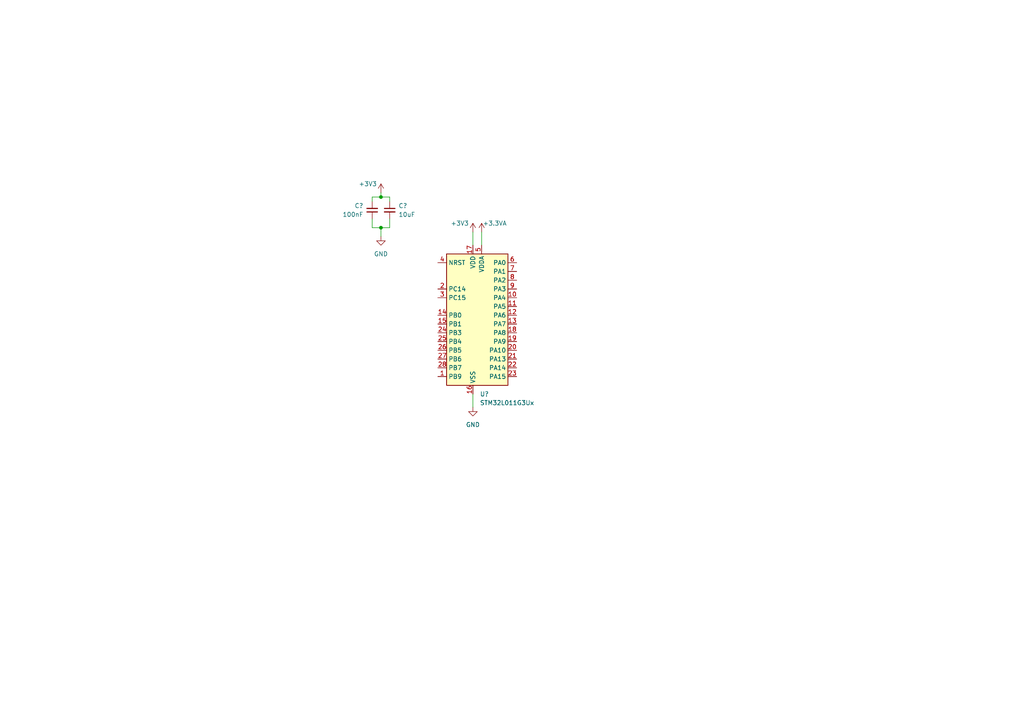
<source format=kicad_sch>
(kicad_sch (version 20211123) (generator eeschema)

  (uuid 75ffc65c-7132-4411-9f2a-ae0c73d79338)

  (paper "A4")

  (lib_symbols
    (symbol "Device:C_Small" (pin_numbers hide) (pin_names (offset 0.254) hide) (in_bom yes) (on_board yes)
      (property "Reference" "C" (id 0) (at 0.254 1.778 0)
        (effects (font (size 1.27 1.27)) (justify left))
      )
      (property "Value" "C_Small" (id 1) (at 0.254 -2.032 0)
        (effects (font (size 1.27 1.27)) (justify left))
      )
      (property "Footprint" "" (id 2) (at 0 0 0)
        (effects (font (size 1.27 1.27)) hide)
      )
      (property "Datasheet" "~" (id 3) (at 0 0 0)
        (effects (font (size 1.27 1.27)) hide)
      )
      (property "ki_keywords" "capacitor cap" (id 4) (at 0 0 0)
        (effects (font (size 1.27 1.27)) hide)
      )
      (property "ki_description" "Unpolarized capacitor, small symbol" (id 5) (at 0 0 0)
        (effects (font (size 1.27 1.27)) hide)
      )
      (property "ki_fp_filters" "C_*" (id 6) (at 0 0 0)
        (effects (font (size 1.27 1.27)) hide)
      )
      (symbol "C_Small_0_1"
        (polyline
          (pts
            (xy -1.524 -0.508)
            (xy 1.524 -0.508)
          )
          (stroke (width 0.3302) (type default) (color 0 0 0 0))
          (fill (type none))
        )
        (polyline
          (pts
            (xy -1.524 0.508)
            (xy 1.524 0.508)
          )
          (stroke (width 0.3048) (type default) (color 0 0 0 0))
          (fill (type none))
        )
      )
      (symbol "C_Small_1_1"
        (pin passive line (at 0 2.54 270) (length 2.032)
          (name "~" (effects (font (size 1.27 1.27))))
          (number "1" (effects (font (size 1.27 1.27))))
        )
        (pin passive line (at 0 -2.54 90) (length 2.032)
          (name "~" (effects (font (size 1.27 1.27))))
          (number "2" (effects (font (size 1.27 1.27))))
        )
      )
    )
    (symbol "MCU_ST_STM32L0:STM32L011G3Ux" (in_bom yes) (on_board yes)
      (property "Reference" "U" (id 0) (at -10.16 19.05 0)
        (effects (font (size 1.27 1.27)) (justify left))
      )
      (property "Value" "STM32L011G3Ux" (id 1) (at 2.54 19.05 0)
        (effects (font (size 1.27 1.27)) (justify left))
      )
      (property "Footprint" "Package_DFN_QFN:QFN-28_4x4mm_P0.5mm" (id 2) (at -10.16 -20.32 0)
        (effects (font (size 1.27 1.27)) (justify right) hide)
      )
      (property "Datasheet" "http://www.st.com/st-web-ui/static/active/en/resource/technical/document/datasheet/DM00206508.pdf" (id 3) (at 0 0 0)
        (effects (font (size 1.27 1.27)) hide)
      )
      (property "ki_keywords" "ARM Cortex-M0+ STM32L0 STM32L0x1" (id 4) (at 0 0 0)
        (effects (font (size 1.27 1.27)) hide)
      )
      (property "ki_description" "ARM Cortex-M0+ MCU, 8KB flash, 2KB RAM, 32MHz, 1.65-3.6V, 24 GPIO, UFQFPN-28" (id 5) (at 0 0 0)
        (effects (font (size 1.27 1.27)) hide)
      )
      (property "ki_fp_filters" "QFN*4x4mm*P0.5mm*" (id 6) (at 0 0 0)
        (effects (font (size 1.27 1.27)) hide)
      )
      (symbol "STM32L011G3Ux_0_1"
        (rectangle (start -10.16 -20.32) (end 7.62 17.78)
          (stroke (width 0.254) (type default) (color 0 0 0 0))
          (fill (type background))
        )
      )
      (symbol "STM32L011G3Ux_1_1"
        (pin bidirectional line (at -12.7 -17.78 0) (length 2.54)
          (name "PB9" (effects (font (size 1.27 1.27))))
          (number "1" (effects (font (size 1.27 1.27))))
        )
        (pin bidirectional line (at 10.16 5.08 180) (length 2.54)
          (name "PA4" (effects (font (size 1.27 1.27))))
          (number "10" (effects (font (size 1.27 1.27))))
        )
        (pin bidirectional line (at 10.16 2.54 180) (length 2.54)
          (name "PA5" (effects (font (size 1.27 1.27))))
          (number "11" (effects (font (size 1.27 1.27))))
        )
        (pin bidirectional line (at 10.16 0 180) (length 2.54)
          (name "PA6" (effects (font (size 1.27 1.27))))
          (number "12" (effects (font (size 1.27 1.27))))
        )
        (pin bidirectional line (at 10.16 -2.54 180) (length 2.54)
          (name "PA7" (effects (font (size 1.27 1.27))))
          (number "13" (effects (font (size 1.27 1.27))))
        )
        (pin bidirectional line (at -12.7 0 0) (length 2.54)
          (name "PB0" (effects (font (size 1.27 1.27))))
          (number "14" (effects (font (size 1.27 1.27))))
        )
        (pin bidirectional line (at -12.7 -2.54 0) (length 2.54)
          (name "PB1" (effects (font (size 1.27 1.27))))
          (number "15" (effects (font (size 1.27 1.27))))
        )
        (pin power_in line (at -2.54 -22.86 90) (length 2.54)
          (name "VSS" (effects (font (size 1.27 1.27))))
          (number "16" (effects (font (size 1.27 1.27))))
        )
        (pin power_in line (at -2.54 20.32 270) (length 2.54)
          (name "VDD" (effects (font (size 1.27 1.27))))
          (number "17" (effects (font (size 1.27 1.27))))
        )
        (pin bidirectional line (at 10.16 -5.08 180) (length 2.54)
          (name "PA8" (effects (font (size 1.27 1.27))))
          (number "18" (effects (font (size 1.27 1.27))))
        )
        (pin bidirectional line (at 10.16 -7.62 180) (length 2.54)
          (name "PA9" (effects (font (size 1.27 1.27))))
          (number "19" (effects (font (size 1.27 1.27))))
        )
        (pin bidirectional line (at -12.7 7.62 0) (length 2.54)
          (name "PC14" (effects (font (size 1.27 1.27))))
          (number "2" (effects (font (size 1.27 1.27))))
        )
        (pin bidirectional line (at 10.16 -10.16 180) (length 2.54)
          (name "PA10" (effects (font (size 1.27 1.27))))
          (number "20" (effects (font (size 1.27 1.27))))
        )
        (pin bidirectional line (at 10.16 -12.7 180) (length 2.54)
          (name "PA13" (effects (font (size 1.27 1.27))))
          (number "21" (effects (font (size 1.27 1.27))))
        )
        (pin bidirectional line (at 10.16 -15.24 180) (length 2.54)
          (name "PA14" (effects (font (size 1.27 1.27))))
          (number "22" (effects (font (size 1.27 1.27))))
        )
        (pin bidirectional line (at 10.16 -17.78 180) (length 2.54)
          (name "PA15" (effects (font (size 1.27 1.27))))
          (number "23" (effects (font (size 1.27 1.27))))
        )
        (pin bidirectional line (at -12.7 -5.08 0) (length 2.54)
          (name "PB3" (effects (font (size 1.27 1.27))))
          (number "24" (effects (font (size 1.27 1.27))))
        )
        (pin bidirectional line (at -12.7 -7.62 0) (length 2.54)
          (name "PB4" (effects (font (size 1.27 1.27))))
          (number "25" (effects (font (size 1.27 1.27))))
        )
        (pin bidirectional line (at -12.7 -10.16 0) (length 2.54)
          (name "PB5" (effects (font (size 1.27 1.27))))
          (number "26" (effects (font (size 1.27 1.27))))
        )
        (pin bidirectional line (at -12.7 -12.7 0) (length 2.54)
          (name "PB6" (effects (font (size 1.27 1.27))))
          (number "27" (effects (font (size 1.27 1.27))))
        )
        (pin bidirectional line (at -12.7 -15.24 0) (length 2.54)
          (name "PB7" (effects (font (size 1.27 1.27))))
          (number "28" (effects (font (size 1.27 1.27))))
        )
        (pin bidirectional line (at -12.7 5.08 0) (length 2.54)
          (name "PC15" (effects (font (size 1.27 1.27))))
          (number "3" (effects (font (size 1.27 1.27))))
        )
        (pin input line (at -12.7 15.24 0) (length 2.54)
          (name "NRST" (effects (font (size 1.27 1.27))))
          (number "4" (effects (font (size 1.27 1.27))))
        )
        (pin power_in line (at 0 20.32 270) (length 2.54)
          (name "VDDA" (effects (font (size 1.27 1.27))))
          (number "5" (effects (font (size 1.27 1.27))))
        )
        (pin bidirectional line (at 10.16 15.24 180) (length 2.54)
          (name "PA0" (effects (font (size 1.27 1.27))))
          (number "6" (effects (font (size 1.27 1.27))))
        )
        (pin bidirectional line (at 10.16 12.7 180) (length 2.54)
          (name "PA1" (effects (font (size 1.27 1.27))))
          (number "7" (effects (font (size 1.27 1.27))))
        )
        (pin bidirectional line (at 10.16 10.16 180) (length 2.54)
          (name "PA2" (effects (font (size 1.27 1.27))))
          (number "8" (effects (font (size 1.27 1.27))))
        )
        (pin bidirectional line (at 10.16 7.62 180) (length 2.54)
          (name "PA3" (effects (font (size 1.27 1.27))))
          (number "9" (effects (font (size 1.27 1.27))))
        )
      )
    )
    (symbol "power:+3.3V" (power) (pin_names (offset 0)) (in_bom yes) (on_board yes)
      (property "Reference" "#PWR" (id 0) (at 0 -3.81 0)
        (effects (font (size 1.27 1.27)) hide)
      )
      (property "Value" "+3.3V" (id 1) (at 0 3.556 0)
        (effects (font (size 1.27 1.27)))
      )
      (property "Footprint" "" (id 2) (at 0 0 0)
        (effects (font (size 1.27 1.27)) hide)
      )
      (property "Datasheet" "" (id 3) (at 0 0 0)
        (effects (font (size 1.27 1.27)) hide)
      )
      (property "ki_keywords" "power-flag" (id 4) (at 0 0 0)
        (effects (font (size 1.27 1.27)) hide)
      )
      (property "ki_description" "Power symbol creates a global label with name \"+3.3V\"" (id 5) (at 0 0 0)
        (effects (font (size 1.27 1.27)) hide)
      )
      (symbol "+3.3V_0_1"
        (polyline
          (pts
            (xy -0.762 1.27)
            (xy 0 2.54)
          )
          (stroke (width 0) (type default) (color 0 0 0 0))
          (fill (type none))
        )
        (polyline
          (pts
            (xy 0 0)
            (xy 0 2.54)
          )
          (stroke (width 0) (type default) (color 0 0 0 0))
          (fill (type none))
        )
        (polyline
          (pts
            (xy 0 2.54)
            (xy 0.762 1.27)
          )
          (stroke (width 0) (type default) (color 0 0 0 0))
          (fill (type none))
        )
      )
      (symbol "+3.3V_1_1"
        (pin power_in line (at 0 0 90) (length 0) hide
          (name "+3V3" (effects (font (size 1.27 1.27))))
          (number "1" (effects (font (size 1.27 1.27))))
        )
      )
    )
    (symbol "power:+3.3VA" (power) (pin_names (offset 0)) (in_bom yes) (on_board yes)
      (property "Reference" "#PWR" (id 0) (at 0 -3.81 0)
        (effects (font (size 1.27 1.27)) hide)
      )
      (property "Value" "+3.3VA" (id 1) (at 0 3.556 0)
        (effects (font (size 1.27 1.27)))
      )
      (property "Footprint" "" (id 2) (at 0 0 0)
        (effects (font (size 1.27 1.27)) hide)
      )
      (property "Datasheet" "" (id 3) (at 0 0 0)
        (effects (font (size 1.27 1.27)) hide)
      )
      (property "ki_keywords" "power-flag" (id 4) (at 0 0 0)
        (effects (font (size 1.27 1.27)) hide)
      )
      (property "ki_description" "Power symbol creates a global label with name \"+3.3VA\"" (id 5) (at 0 0 0)
        (effects (font (size 1.27 1.27)) hide)
      )
      (symbol "+3.3VA_0_1"
        (polyline
          (pts
            (xy -0.762 1.27)
            (xy 0 2.54)
          )
          (stroke (width 0) (type default) (color 0 0 0 0))
          (fill (type none))
        )
        (polyline
          (pts
            (xy 0 0)
            (xy 0 2.54)
          )
          (stroke (width 0) (type default) (color 0 0 0 0))
          (fill (type none))
        )
        (polyline
          (pts
            (xy 0 2.54)
            (xy 0.762 1.27)
          )
          (stroke (width 0) (type default) (color 0 0 0 0))
          (fill (type none))
        )
      )
      (symbol "+3.3VA_1_1"
        (pin power_in line (at 0 0 90) (length 0) hide
          (name "+3.3VA" (effects (font (size 1.27 1.27))))
          (number "1" (effects (font (size 1.27 1.27))))
        )
      )
    )
    (symbol "power:GND" (power) (pin_names (offset 0)) (in_bom yes) (on_board yes)
      (property "Reference" "#PWR" (id 0) (at 0 -6.35 0)
        (effects (font (size 1.27 1.27)) hide)
      )
      (property "Value" "GND" (id 1) (at 0 -3.81 0)
        (effects (font (size 1.27 1.27)))
      )
      (property "Footprint" "" (id 2) (at 0 0 0)
        (effects (font (size 1.27 1.27)) hide)
      )
      (property "Datasheet" "" (id 3) (at 0 0 0)
        (effects (font (size 1.27 1.27)) hide)
      )
      (property "ki_keywords" "power-flag" (id 4) (at 0 0 0)
        (effects (font (size 1.27 1.27)) hide)
      )
      (property "ki_description" "Power symbol creates a global label with name \"GND\" , ground" (id 5) (at 0 0 0)
        (effects (font (size 1.27 1.27)) hide)
      )
      (symbol "GND_0_1"
        (polyline
          (pts
            (xy 0 0)
            (xy 0 -1.27)
            (xy 1.27 -1.27)
            (xy 0 -2.54)
            (xy -1.27 -1.27)
            (xy 0 -1.27)
          )
          (stroke (width 0) (type default) (color 0 0 0 0))
          (fill (type none))
        )
      )
      (symbol "GND_1_1"
        (pin power_in line (at 0 0 270) (length 0) hide
          (name "GND" (effects (font (size 1.27 1.27))))
          (number "1" (effects (font (size 1.27 1.27))))
        )
      )
    )
  )

  (junction (at 110.49 66.04) (diameter 0) (color 0 0 0 0)
    (uuid 14b1394c-4daa-4591-83de-8c658d31d3cf)
  )
  (junction (at 110.49 57.15) (diameter 0) (color 0 0 0 0)
    (uuid 82048b9c-3a0f-4ed2-a48a-11a7f37c64d8)
  )

  (wire (pts (xy 137.16 67.31) (xy 137.16 71.12))
    (stroke (width 0) (type default) (color 0 0 0 0))
    (uuid 21d795a5-e19b-49bd-bea5-cb0f9461150a)
  )
  (wire (pts (xy 107.95 57.15) (xy 110.49 57.15))
    (stroke (width 0) (type default) (color 0 0 0 0))
    (uuid 374ddff5-0da3-4c1a-9cf4-3e7dd0779e2b)
  )
  (wire (pts (xy 110.49 55.88) (xy 110.49 57.15))
    (stroke (width 0) (type default) (color 0 0 0 0))
    (uuid 37569432-f7ca-4813-a4ee-373eb7f694ca)
  )
  (wire (pts (xy 110.49 66.04) (xy 110.49 68.58))
    (stroke (width 0) (type default) (color 0 0 0 0))
    (uuid 4470eb6c-73b0-4472-96ef-f239ec38c82f)
  )
  (wire (pts (xy 110.49 57.15) (xy 113.03 57.15))
    (stroke (width 0) (type default) (color 0 0 0 0))
    (uuid 5069d049-618a-4610-91fb-31bc458fd817)
  )
  (wire (pts (xy 113.03 66.04) (xy 113.03 63.5))
    (stroke (width 0) (type default) (color 0 0 0 0))
    (uuid 638c2b68-5c53-4d76-b95b-019c6912b059)
  )
  (wire (pts (xy 113.03 57.15) (xy 113.03 58.42))
    (stroke (width 0) (type default) (color 0 0 0 0))
    (uuid 6ca35fdd-4d72-41fd-acdf-262842119a33)
  )
  (wire (pts (xy 107.95 66.04) (xy 110.49 66.04))
    (stroke (width 0) (type default) (color 0 0 0 0))
    (uuid 85fa5704-8fd8-4f8a-b4a7-049227a2e39f)
  )
  (wire (pts (xy 139.7 67.31) (xy 139.7 71.12))
    (stroke (width 0) (type default) (color 0 0 0 0))
    (uuid 9c2a6d16-8099-432e-929b-03afcf27352c)
  )
  (wire (pts (xy 107.95 63.5) (xy 107.95 66.04))
    (stroke (width 0) (type default) (color 0 0 0 0))
    (uuid a433789b-a541-4f8a-9599-b776d735d765)
  )
  (wire (pts (xy 137.16 114.3) (xy 137.16 118.11))
    (stroke (width 0) (type default) (color 0 0 0 0))
    (uuid bb78bcc8-2207-436d-85e8-1a293d8d6b70)
  )
  (wire (pts (xy 107.95 57.15) (xy 107.95 58.42))
    (stroke (width 0) (type default) (color 0 0 0 0))
    (uuid d3de8391-d804-49e7-ab17-2c2e0feb809e)
  )
  (wire (pts (xy 110.49 66.04) (xy 113.03 66.04))
    (stroke (width 0) (type default) (color 0 0 0 0))
    (uuid ff863c04-3a15-420e-9bda-1991f8da8948)
  )

  (symbol (lib_id "power:+3.3V") (at 110.49 55.88 0) (unit 1)
    (in_bom yes) (on_board yes)
    (uuid 04ae9dc7-e23f-4df7-98f3-af64bef85e7c)
    (property "Reference" "#PWR?" (id 0) (at 110.49 59.69 0)
      (effects (font (size 1.27 1.27)) hide)
    )
    (property "Value" "+3.3V" (id 1) (at 106.68 53.34 0))
    (property "Footprint" "" (id 2) (at 110.49 55.88 0)
      (effects (font (size 1.27 1.27)) hide)
    )
    (property "Datasheet" "" (id 3) (at 110.49 55.88 0)
      (effects (font (size 1.27 1.27)) hide)
    )
    (pin "1" (uuid 784d66c8-9a2b-48d1-a85e-9fa6228832cd))
  )

  (symbol (lib_id "power:GND") (at 110.49 68.58 0) (unit 1)
    (in_bom yes) (on_board yes) (fields_autoplaced)
    (uuid 4be9f2c5-e623-47c5-a2ac-bc80517970ed)
    (property "Reference" "#PWR?" (id 0) (at 110.49 74.93 0)
      (effects (font (size 1.27 1.27)) hide)
    )
    (property "Value" "GND" (id 1) (at 110.49 73.66 0))
    (property "Footprint" "" (id 2) (at 110.49 68.58 0)
      (effects (font (size 1.27 1.27)) hide)
    )
    (property "Datasheet" "" (id 3) (at 110.49 68.58 0)
      (effects (font (size 1.27 1.27)) hide)
    )
    (pin "1" (uuid d98b6235-d1cc-45d4-874d-181d588f38aa))
  )

  (symbol (lib_id "Device:C_Small") (at 113.03 60.96 0) (unit 1)
    (in_bom yes) (on_board yes) (fields_autoplaced)
    (uuid 5f3c8920-cc7a-4fa3-9801-46659a9e1f9f)
    (property "Reference" "C?" (id 0) (at 115.57 59.6962 0)
      (effects (font (size 1.27 1.27)) (justify left))
    )
    (property "Value" "10uF" (id 1) (at 115.57 62.2362 0)
      (effects (font (size 1.27 1.27)) (justify left))
    )
    (property "Footprint" "" (id 2) (at 113.03 60.96 0)
      (effects (font (size 1.27 1.27)) hide)
    )
    (property "Datasheet" "~" (id 3) (at 113.03 60.96 0)
      (effects (font (size 1.27 1.27)) hide)
    )
    (pin "1" (uuid e0e64fa9-5ac0-46c7-aa44-95f77b9d5430))
    (pin "2" (uuid 62b9da74-2dbc-426a-b2cf-7e3ff1ebe257))
  )

  (symbol (lib_id "power:+3.3V") (at 137.16 67.31 0) (unit 1)
    (in_bom yes) (on_board yes)
    (uuid 66154fb2-7455-4e42-b0a7-e0fdebb40a4a)
    (property "Reference" "#PWR?" (id 0) (at 137.16 71.12 0)
      (effects (font (size 1.27 1.27)) hide)
    )
    (property "Value" "+3.3V" (id 1) (at 133.35 64.77 0))
    (property "Footprint" "" (id 2) (at 137.16 67.31 0)
      (effects (font (size 1.27 1.27)) hide)
    )
    (property "Datasheet" "" (id 3) (at 137.16 67.31 0)
      (effects (font (size 1.27 1.27)) hide)
    )
    (pin "1" (uuid 3bb94b23-9013-4619-b4ff-d766a57dfc11))
  )

  (symbol (lib_id "MCU_ST_STM32L0:STM32L011G3Ux") (at 139.7 91.44 0) (unit 1)
    (in_bom yes) (on_board yes) (fields_autoplaced)
    (uuid 84d296ba-3d39-4264-ad19-947f90c54396)
    (property "Reference" "U?" (id 0) (at 139.1794 114.3 0)
      (effects (font (size 1.27 1.27)) (justify left))
    )
    (property "Value" "STM32L011G3Ux" (id 1) (at 139.1794 116.84 0)
      (effects (font (size 1.27 1.27)) (justify left))
    )
    (property "Footprint" "Package_DFN_QFN:QFN-28_4x4mm_P0.5mm" (id 2) (at 129.54 111.76 0)
      (effects (font (size 1.27 1.27)) (justify right) hide)
    )
    (property "Datasheet" "http://www.st.com/st-web-ui/static/active/en/resource/technical/document/datasheet/DM00206508.pdf" (id 3) (at 139.7 91.44 0)
      (effects (font (size 1.27 1.27)) hide)
    )
    (pin "1" (uuid 528fd7da-c9a6-40ae-9f1a-60f6a7f4d534))
    (pin "10" (uuid e413cfad-d7bd-41ab-b8dd-4b67484671a6))
    (pin "11" (uuid 18ca5aef-6a2c-41ac-9e7f-bf7acb716e53))
    (pin "12" (uuid f9b1563b-384a-447c-9f47-736504e995c8))
    (pin "13" (uuid 03f57fb4-32a3-4bc6-85b9-fd8ece4a9592))
    (pin "14" (uuid b78cb2c1-ae4b-4d9b-acd8-d7fe342342f2))
    (pin "15" (uuid 90e761f6-1432-4f73-ad28-fa8869b7ec31))
    (pin "16" (uuid 4431c0f6-83ea-4eee-95a8-991da2f03ccd))
    (pin "17" (uuid 24b72b0d-63b8-4e06-89d0-e94dcf39a600))
    (pin "18" (uuid a6738794-75ae-48a6-8949-ed8717400d71))
    (pin "19" (uuid d692b5e6-71b2-4fa6-bc83-618add8d8fef))
    (pin "2" (uuid 1e48966e-d29d-4521-8939-ec8ac570431d))
    (pin "20" (uuid 07d160b6-23e1-4aa0-95cb-440482e6fc15))
    (pin "21" (uuid a62609cd-29b7-4918-b97d-7b2404ba61cf))
    (pin "22" (uuid 844d7d7a-b386-45a8-aaf6-bf41bbcb43b5))
    (pin "23" (uuid ebca7c5e-ae52-43e5-ac6c-69a96a9a5b24))
    (pin "24" (uuid a07b6b2b-7179-4297-b163-5e47ffbe76d3))
    (pin "25" (uuid d1a9be32-38ba-44e6-bc35-f031541ab1fe))
    (pin "26" (uuid 6ac3ab53-7523-4805-bfd2-5de19dff127e))
    (pin "27" (uuid a8219a78-6b33-4efa-a789-6a67ce8f7a50))
    (pin "28" (uuid 2a1de22d-6451-488d-af77-0bf8841bd695))
    (pin "3" (uuid f3044f68-903d-4063-b253-30d8e3a83eae))
    (pin "4" (uuid 05f2859d-2820-4e84-b395-696011feb13b))
    (pin "5" (uuid a8fb8ee0-623f-4870-a716-ecc88f37ef9a))
    (pin "6" (uuid 713e0777-58b2-4487-baca-60d0ebed27c3))
    (pin "7" (uuid 576f00e6-a1be-45d3-9b93-e26d9e0fe306))
    (pin "8" (uuid f19c9655-8ddb-411a-96dd-bd986870c3c6))
    (pin "9" (uuid a0dee8e6-f88a-4f05-aba0-bab3aafdf2bc))
  )

  (symbol (lib_id "power:GND") (at 137.16 118.11 0) (unit 1)
    (in_bom yes) (on_board yes) (fields_autoplaced)
    (uuid a95ce777-284a-4f22-8128-95b18ef905fe)
    (property "Reference" "#PWR?" (id 0) (at 137.16 124.46 0)
      (effects (font (size 1.27 1.27)) hide)
    )
    (property "Value" "GND" (id 1) (at 137.16 123.19 0))
    (property "Footprint" "" (id 2) (at 137.16 118.11 0)
      (effects (font (size 1.27 1.27)) hide)
    )
    (property "Datasheet" "" (id 3) (at 137.16 118.11 0)
      (effects (font (size 1.27 1.27)) hide)
    )
    (pin "1" (uuid d381e237-63ae-40a2-b286-525994413db9))
  )

  (symbol (lib_id "Device:C_Small") (at 107.95 60.96 0) (mirror x) (unit 1)
    (in_bom yes) (on_board yes) (fields_autoplaced)
    (uuid b123b23b-2832-429e-a928-71902fa21d3b)
    (property "Reference" "C?" (id 0) (at 105.41 59.6835 0)
      (effects (font (size 1.27 1.27)) (justify right))
    )
    (property "Value" "100nF" (id 1) (at 105.41 62.2235 0)
      (effects (font (size 1.27 1.27)) (justify right))
    )
    (property "Footprint" "" (id 2) (at 107.95 60.96 0)
      (effects (font (size 1.27 1.27)) hide)
    )
    (property "Datasheet" "~" (id 3) (at 107.95 60.96 0)
      (effects (font (size 1.27 1.27)) hide)
    )
    (pin "1" (uuid 7a34379e-e8df-4486-aebf-301c618b62bf))
    (pin "2" (uuid 7b245f90-c78c-4f20-824c-58c13c46989e))
  )

  (symbol (lib_id "power:+3.3VA") (at 139.7 67.31 0) (unit 1)
    (in_bom yes) (on_board yes)
    (uuid b79477c8-61ba-499c-ab41-7e44ba9a94e0)
    (property "Reference" "#PWR?" (id 0) (at 139.7 71.12 0)
      (effects (font (size 1.27 1.27)) hide)
    )
    (property "Value" "+3.3VA" (id 1) (at 143.51 64.77 0))
    (property "Footprint" "" (id 2) (at 139.7 67.31 0)
      (effects (font (size 1.27 1.27)) hide)
    )
    (property "Datasheet" "" (id 3) (at 139.7 67.31 0)
      (effects (font (size 1.27 1.27)) hide)
    )
    (pin "1" (uuid ed565417-a12d-4d2e-ac7e-702462c9fb06))
  )

  (sheet_instances
    (path "/" (page "1"))
  )

  (symbol_instances
    (path "/04ae9dc7-e23f-4df7-98f3-af64bef85e7c"
      (reference "#PWR?") (unit 1) (value "+3.3V") (footprint "")
    )
    (path "/4be9f2c5-e623-47c5-a2ac-bc80517970ed"
      (reference "#PWR?") (unit 1) (value "GND") (footprint "")
    )
    (path "/66154fb2-7455-4e42-b0a7-e0fdebb40a4a"
      (reference "#PWR?") (unit 1) (value "+3.3V") (footprint "")
    )
    (path "/a95ce777-284a-4f22-8128-95b18ef905fe"
      (reference "#PWR?") (unit 1) (value "GND") (footprint "")
    )
    (path "/b79477c8-61ba-499c-ab41-7e44ba9a94e0"
      (reference "#PWR?") (unit 1) (value "+3.3VA") (footprint "")
    )
    (path "/5f3c8920-cc7a-4fa3-9801-46659a9e1f9f"
      (reference "C?") (unit 1) (value "10uF") (footprint "")
    )
    (path "/b123b23b-2832-429e-a928-71902fa21d3b"
      (reference "C?") (unit 1) (value "100nF") (footprint "")
    )
    (path "/84d296ba-3d39-4264-ad19-947f90c54396"
      (reference "U?") (unit 1) (value "STM32L011G3Ux") (footprint "Package_DFN_QFN:QFN-28_4x4mm_P0.5mm")
    )
  )
)

</source>
